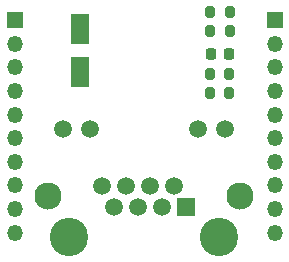
<source format=gbr>
%TF.GenerationSoftware,KiCad,Pcbnew,7.0.7*%
%TF.CreationDate,2023-10-05T19:12:10-06:00*%
%TF.ProjectId,GigE_Module,47696745-5f4d-46f6-9475-6c652e6b6963,rev?*%
%TF.SameCoordinates,Original*%
%TF.FileFunction,Soldermask,Top*%
%TF.FilePolarity,Negative*%
%FSLAX46Y46*%
G04 Gerber Fmt 4.6, Leading zero omitted, Abs format (unit mm)*
G04 Created by KiCad (PCBNEW 7.0.7) date 2023-10-05 19:12:10*
%MOMM*%
%LPD*%
G01*
G04 APERTURE LIST*
G04 Aperture macros list*
%AMRoundRect*
0 Rectangle with rounded corners*
0 $1 Rounding radius*
0 $2 $3 $4 $5 $6 $7 $8 $9 X,Y pos of 4 corners*
0 Add a 4 corners polygon primitive as box body*
4,1,4,$2,$3,$4,$5,$6,$7,$8,$9,$2,$3,0*
0 Add four circle primitives for the rounded corners*
1,1,$1+$1,$2,$3*
1,1,$1+$1,$4,$5*
1,1,$1+$1,$6,$7*
1,1,$1+$1,$8,$9*
0 Add four rect primitives between the rounded corners*
20,1,$1+$1,$2,$3,$4,$5,0*
20,1,$1+$1,$4,$5,$6,$7,0*
20,1,$1+$1,$6,$7,$8,$9,0*
20,1,$1+$1,$8,$9,$2,$3,0*%
G04 Aperture macros list end*
%ADD10C,3.250000*%
%ADD11R,1.500000X1.500000*%
%ADD12C,1.500000*%
%ADD13C,2.300000*%
%ADD14RoundRect,0.200000X-0.200000X-0.275000X0.200000X-0.275000X0.200000X0.275000X-0.200000X0.275000X0*%
%ADD15R,1.350000X1.350000*%
%ADD16O,1.350000X1.350000*%
%ADD17RoundRect,0.225000X-0.225000X-0.250000X0.225000X-0.250000X0.225000X0.250000X-0.225000X0.250000X0*%
%ADD18RoundRect,0.250000X-0.550000X1.050000X-0.550000X-1.050000X0.550000X-1.050000X0.550000X1.050000X0*%
G04 APERTURE END LIST*
D10*
%TO.C,J1*%
X151060000Y-104350000D03*
X138360000Y-104350000D03*
D11*
X148270000Y-101810000D03*
D12*
X147254000Y-100030000D03*
X146238000Y-101810000D03*
X145222000Y-100030000D03*
X144206000Y-101810000D03*
X143190000Y-100030000D03*
X142174000Y-101810000D03*
X141158000Y-100030000D03*
X151570000Y-95210000D03*
X149280000Y-95210000D03*
X140140000Y-95210000D03*
X137850000Y-95210000D03*
D13*
X152840000Y-100920000D03*
X136580000Y-100920000D03*
%TD*%
D14*
%TO.C,R7*%
X150295000Y-85330000D03*
X151945000Y-85330000D03*
%TD*%
%TO.C,R6*%
X150295000Y-86930000D03*
X151945000Y-86930000D03*
%TD*%
%TO.C,R9*%
X150285000Y-90580000D03*
X151935000Y-90580000D03*
%TD*%
D15*
%TO.C,J3*%
X155772000Y-86025000D03*
D16*
X155772000Y-88025000D03*
X155772000Y-90025000D03*
X155772000Y-92025000D03*
X155772000Y-94025000D03*
X155772000Y-96025000D03*
X155772000Y-98025000D03*
X155772000Y-100025000D03*
X155772000Y-102025000D03*
X155772000Y-104025000D03*
%TD*%
D15*
%TO.C,J2*%
X133772000Y-86025000D03*
D16*
X133772000Y-88025000D03*
X133772000Y-90025000D03*
X133772000Y-92025000D03*
X133772000Y-94025000D03*
X133772000Y-96025000D03*
X133772000Y-98025000D03*
X133772000Y-100025000D03*
X133772000Y-102025000D03*
X133772000Y-104025000D03*
%TD*%
D17*
%TO.C,C10*%
X150357500Y-88900000D03*
X151907500Y-88900000D03*
%TD*%
D18*
%TO.C,C1*%
X139250000Y-86800000D03*
X139250000Y-90400000D03*
%TD*%
D14*
%TO.C,R8*%
X150285000Y-92160000D03*
X151935000Y-92160000D03*
%TD*%
M02*

</source>
